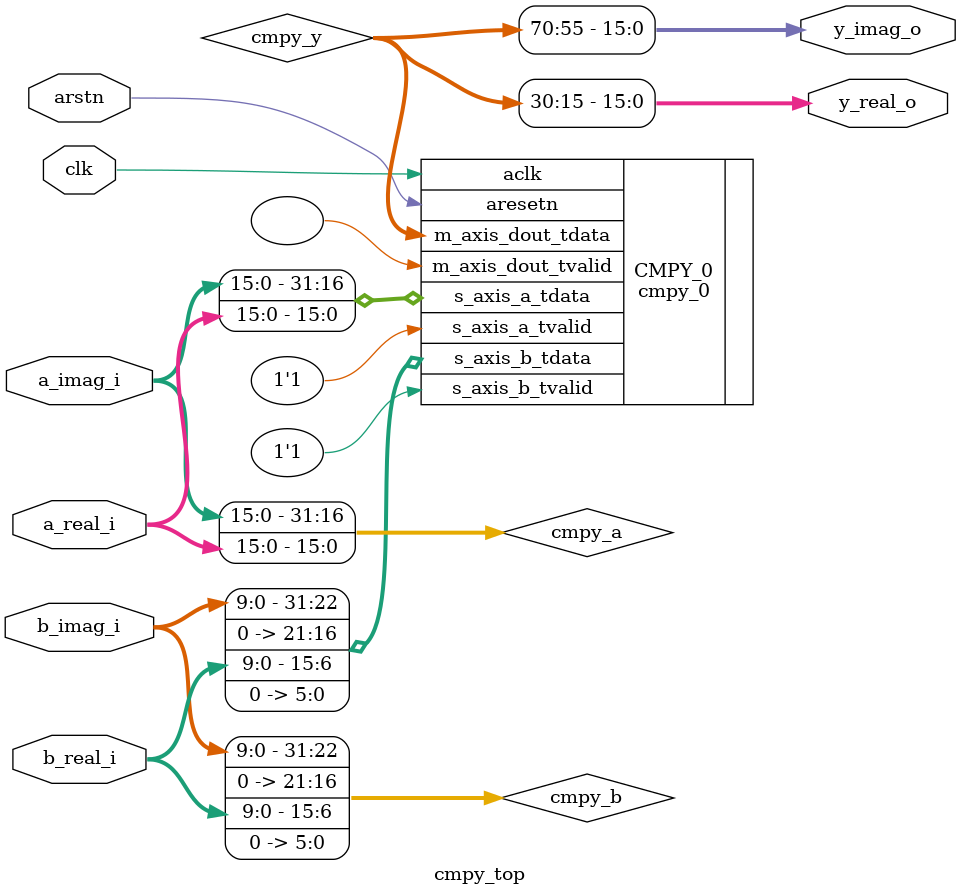
<source format=v>
`timescale 1ns / 1ps


module cmpy_top(
    input clk,
    input arstn,
    input [15:0] a_real_i,
    input [15:0] a_imag_i,
    input [9:0] b_real_i,
    input [9:0] b_imag_i,
    output [15:0] y_real_o,
    output [15:0] y_imag_o
    );
    
  wire [31:0]cmpy_a;
  wire [31:0]cmpy_b;
  wire [79:0]cmpy_y;
  
  cmpy_0 CMPY_0 (
  .aclk(clk),                              // input wire aclk
  .aresetn(arstn), 
  .s_axis_a_tvalid(1'b1),        // input wire s_axis_a_tvalid
  .s_axis_a_tdata(cmpy_a),          // input wire [31 : 0] s_axis_a_tdata
  .s_axis_b_tvalid(1'b1),        // input wire s_axis_b_tvalid
  .s_axis_b_tdata(cmpy_b),          // input wire [31 : 0] s_axis_b_tdata
  .m_axis_dout_tvalid(),  // output wire m_axis_dout_tvalid
  .m_axis_dout_tdata(cmpy_y)    // output wire [79 : 0] m_axis_dout_tdata
);
    
    assign cmpy_a = {a_imag_i,a_real_i};
    assign cmpy_b = {b_imag_i,6'd0,b_real_i,6'd0};
    assign y_real_o = cmpy_y[30:15];
    assign y_imag_o = cmpy_y[70:55];
endmodule

</source>
